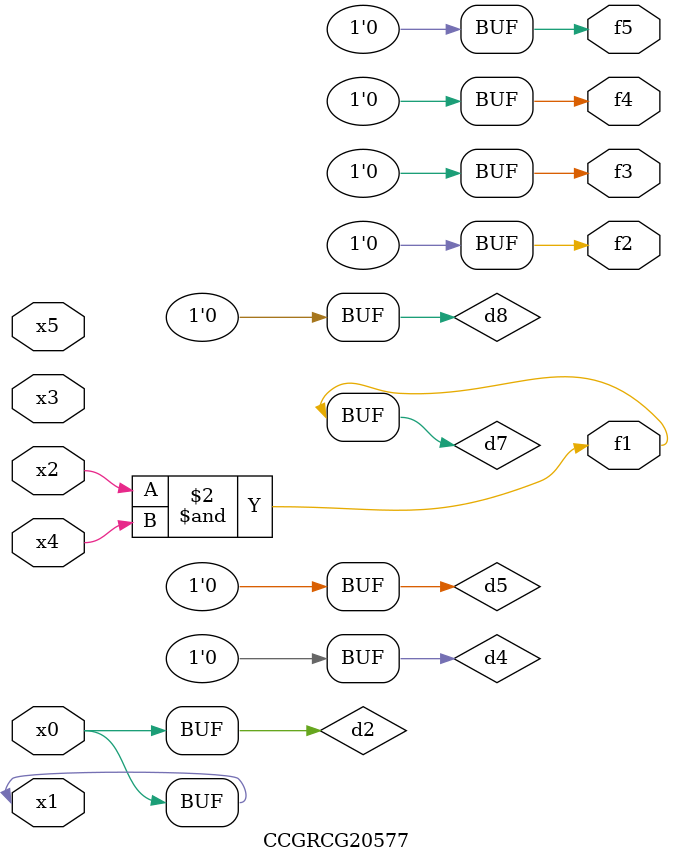
<source format=v>
module CCGRCG20577(
	input x0, x1, x2, x3, x4, x5,
	output f1, f2, f3, f4, f5
);

	wire d1, d2, d3, d4, d5, d6, d7, d8, d9;

	nand (d1, x1);
	buf (d2, x0, x1);
	nand (d3, x2, x4);
	and (d4, d1, d2);
	and (d5, d1, d2);
	nand (d6, d1, d3);
	not (d7, d3);
	xor (d8, d5);
	nor (d9, d5, d6);
	assign f1 = d7;
	assign f2 = d8;
	assign f3 = d8;
	assign f4 = d8;
	assign f5 = d8;
endmodule

</source>
